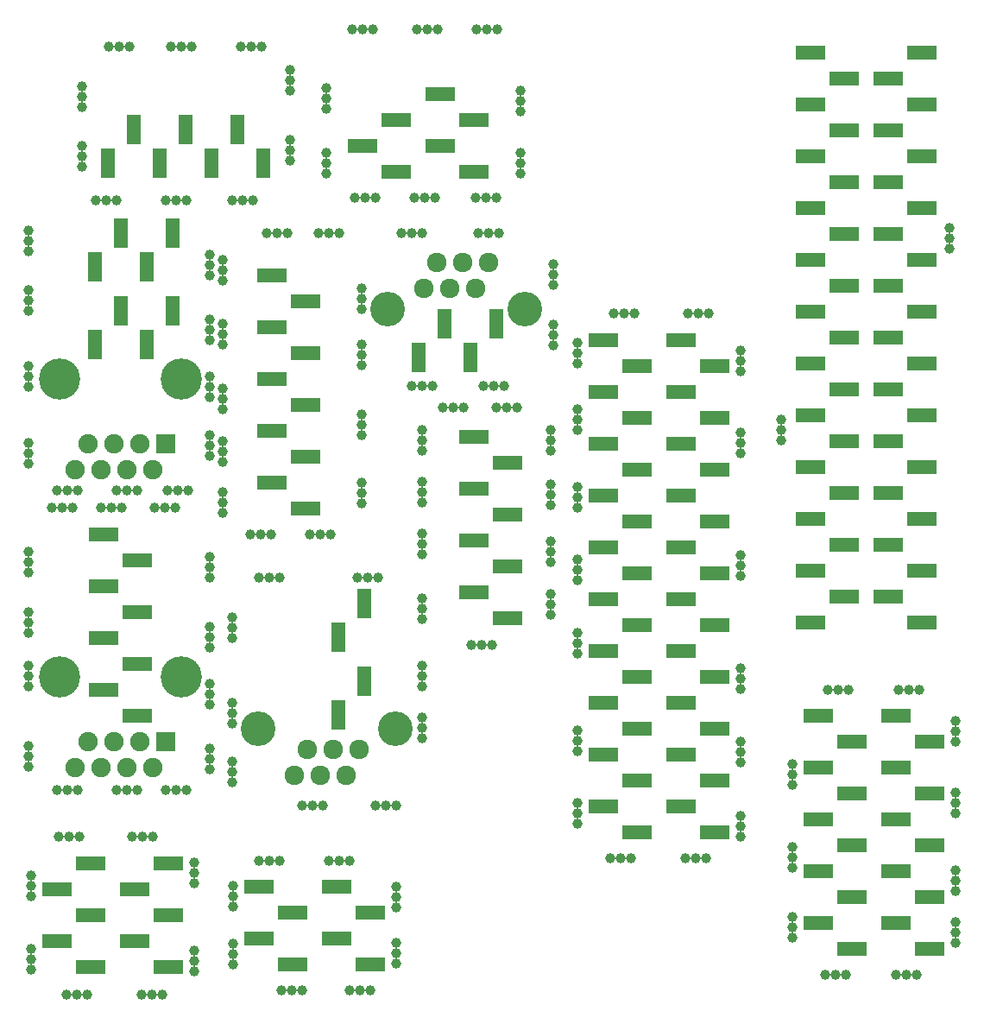
<source format=gbs>
G04 #@! TF.FileFunction,Soldermask,Bot*
%FSLAX46Y46*%
G04 Gerber Fmt 4.6, Leading zero omitted, Abs format (unit mm)*
G04 Created by KiCad (PCBNEW 4.0.7-e2-6376~58~ubuntu16.04.1) date Wed Jan  3 00:52:27 2018*
%MOMM*%
%LPD*%
G01*
G04 APERTURE LIST*
%ADD10C,0.100000*%
%ADD11C,4.049980*%
%ADD12R,1.901140X1.901140*%
%ADD13C,1.901140*%
%ADD14C,1.924000*%
%ADD15C,3.399740*%
%ADD16C,1.000000*%
%ADD17R,2.910000X1.400000*%
%ADD18R,1.400000X2.910000*%
G04 APERTURE END LIST*
D10*
D11*
X135031480Y-92710000D03*
X146900900Y-92710000D03*
D12*
X145415000Y-99060000D03*
D13*
X144145000Y-101600000D03*
X142875000Y-99060000D03*
X141605000Y-101600000D03*
X140335000Y-99060000D03*
X139065000Y-101600000D03*
X137795000Y-99060000D03*
X136525000Y-101600000D03*
D11*
X135031480Y-63500000D03*
X146900900Y-63500000D03*
D12*
X145415000Y-69850000D03*
D13*
X144145000Y-72390000D03*
X142875000Y-69850000D03*
X141605000Y-72390000D03*
X140335000Y-69850000D03*
X139065000Y-72390000D03*
X137795000Y-69850000D03*
X136525000Y-72390000D03*
D14*
X174498000Y-52070000D03*
X171958000Y-52070000D03*
X177038000Y-52070000D03*
X170688000Y-54610000D03*
X173228000Y-54610000D03*
X175768000Y-54610000D03*
D15*
X180594000Y-56642000D03*
X167132000Y-56642000D03*
D14*
X160528000Y-102362000D03*
X163068000Y-102362000D03*
X157988000Y-102362000D03*
X164338000Y-99822000D03*
X161798000Y-99822000D03*
X159258000Y-99822000D03*
D15*
X154432000Y-97790000D03*
X167894000Y-97790000D03*
D16*
X198628000Y-57023000D03*
X197612000Y-57023000D03*
X196596000Y-57023000D03*
X183388000Y-54229000D03*
X183388000Y-53213000D03*
X183388000Y-52197000D03*
X183134000Y-81407000D03*
X183134000Y-80391000D03*
X183134000Y-79375000D03*
D17*
X159135000Y-55880000D03*
X159135000Y-60960000D03*
X159135000Y-66040000D03*
X159135000Y-71120000D03*
X159135000Y-76200000D03*
X155825000Y-53340000D03*
X155825000Y-58420000D03*
X155825000Y-63500000D03*
X155825000Y-68580000D03*
X155825000Y-73660000D03*
X162175000Y-118364000D03*
X162175000Y-113284000D03*
X165485000Y-120904000D03*
X165485000Y-115824000D03*
X154555000Y-118364000D03*
X154555000Y-113284000D03*
X157865000Y-120904000D03*
X157865000Y-115824000D03*
X134743000Y-118618000D03*
X134743000Y-113538000D03*
X138053000Y-121158000D03*
X138053000Y-116078000D03*
X138053000Y-110998000D03*
X142363000Y-118618000D03*
X142363000Y-113538000D03*
X145673000Y-121158000D03*
X145673000Y-116078000D03*
X145673000Y-110998000D03*
X175668000Y-84400000D03*
X175668000Y-79320000D03*
X175668000Y-74240000D03*
X175668000Y-69160000D03*
X178978000Y-86940000D03*
X178978000Y-81860000D03*
X178978000Y-76780000D03*
X178978000Y-71700000D03*
X217039000Y-116840000D03*
X217039000Y-111760000D03*
X217039000Y-106680000D03*
X217039000Y-101600000D03*
X217039000Y-96520000D03*
X220349000Y-119380000D03*
X220349000Y-114300000D03*
X220349000Y-109220000D03*
X220349000Y-104140000D03*
X220349000Y-99060000D03*
X209419000Y-116840000D03*
X209419000Y-111760000D03*
X209419000Y-106680000D03*
X209419000Y-101600000D03*
X209419000Y-96520000D03*
X212729000Y-119380000D03*
X212729000Y-114300000D03*
X212729000Y-109220000D03*
X212729000Y-104140000D03*
X212729000Y-99060000D03*
D18*
X142240000Y-38985000D03*
X147320000Y-38985000D03*
X152400000Y-38985000D03*
X139700000Y-42295000D03*
X144780000Y-42295000D03*
X149860000Y-42295000D03*
X154940000Y-42295000D03*
D17*
X172335000Y-40640000D03*
X172335000Y-35560000D03*
X175645000Y-43180000D03*
X175645000Y-38100000D03*
X164715000Y-40640000D03*
X168025000Y-43180000D03*
X168025000Y-38100000D03*
D18*
X172720000Y-58035000D03*
X177800000Y-58035000D03*
X170180000Y-61345000D03*
X175260000Y-61345000D03*
X140970000Y-49145000D03*
X146050000Y-49145000D03*
X138430000Y-52455000D03*
X143510000Y-52455000D03*
X140970000Y-56765000D03*
X146050000Y-56765000D03*
X138430000Y-60075000D03*
X143510000Y-60075000D03*
X164846000Y-93087000D03*
X162306000Y-96397000D03*
X162306000Y-88777000D03*
X164846000Y-85467000D03*
D17*
X139315000Y-93980000D03*
X139315000Y-88900000D03*
X139315000Y-83820000D03*
X139315000Y-78740000D03*
X142625000Y-96520000D03*
X142625000Y-91440000D03*
X142625000Y-86360000D03*
X142625000Y-81280000D03*
X216277000Y-84836000D03*
X216277000Y-79756000D03*
X216277000Y-74676000D03*
X216277000Y-69596000D03*
X216277000Y-64516000D03*
X216277000Y-59436000D03*
X216277000Y-54356000D03*
X216277000Y-49276000D03*
X216277000Y-44196000D03*
X216277000Y-39116000D03*
X216277000Y-34036000D03*
X219587000Y-87376000D03*
X219587000Y-82296000D03*
X219587000Y-77216000D03*
X219587000Y-72136000D03*
X219587000Y-67056000D03*
X219587000Y-61976000D03*
X219587000Y-56896000D03*
X219587000Y-51816000D03*
X219587000Y-46736000D03*
X219587000Y-41656000D03*
X219587000Y-36576000D03*
X219587000Y-31496000D03*
X211967000Y-34036000D03*
X211967000Y-39116000D03*
X211967000Y-44196000D03*
X211967000Y-49276000D03*
X211967000Y-54356000D03*
X211967000Y-59436000D03*
X211967000Y-64516000D03*
X211967000Y-69596000D03*
X211967000Y-74676000D03*
X211967000Y-79756000D03*
X211967000Y-84836000D03*
X208657000Y-31496000D03*
X208657000Y-36576000D03*
X208657000Y-41656000D03*
X208657000Y-46736000D03*
X208657000Y-51816000D03*
X208657000Y-56896000D03*
X208657000Y-61976000D03*
X208657000Y-67056000D03*
X208657000Y-72136000D03*
X208657000Y-77216000D03*
X208657000Y-82296000D03*
X208657000Y-87376000D03*
X191647000Y-62230000D03*
X191647000Y-67310000D03*
X191647000Y-72390000D03*
X191647000Y-77470000D03*
X191647000Y-82550000D03*
X191647000Y-87630000D03*
X191647000Y-92710000D03*
X191647000Y-97790000D03*
X191647000Y-102870000D03*
X191647000Y-107950000D03*
X188337000Y-59690000D03*
X188337000Y-64770000D03*
X188337000Y-69850000D03*
X188337000Y-74930000D03*
X188337000Y-80010000D03*
X188337000Y-85090000D03*
X188337000Y-90170000D03*
X188337000Y-95250000D03*
X188337000Y-100330000D03*
X188337000Y-105410000D03*
X199267000Y-62230000D03*
X199267000Y-67310000D03*
X199267000Y-72390000D03*
X199267000Y-77470000D03*
X199267000Y-82550000D03*
X199267000Y-87630000D03*
X199267000Y-92710000D03*
X199267000Y-97790000D03*
X199267000Y-102870000D03*
X199267000Y-107950000D03*
X195957000Y-59690000D03*
X195957000Y-64770000D03*
X195957000Y-69850000D03*
X195957000Y-74930000D03*
X195957000Y-80010000D03*
X195957000Y-85090000D03*
X195957000Y-90170000D03*
X195957000Y-95250000D03*
X195957000Y-100330000D03*
X195957000Y-105410000D03*
D16*
X222885000Y-99060000D03*
X222885000Y-98044000D03*
X222885000Y-97028000D03*
X222885000Y-106045000D03*
X222885000Y-105029000D03*
X222885000Y-104013000D03*
X222885000Y-113665000D03*
X222885000Y-112649000D03*
X222885000Y-111633000D03*
X222885000Y-118745000D03*
X222885000Y-117729000D03*
X222885000Y-116713000D03*
X219075000Y-121920000D03*
X218059000Y-121920000D03*
X217043000Y-121920000D03*
X212090000Y-121920000D03*
X211074000Y-121920000D03*
X210058000Y-121920000D03*
X206883000Y-118237000D03*
X206883000Y-117221000D03*
X206883000Y-116205000D03*
X206883000Y-111379000D03*
X206883000Y-110363000D03*
X206883000Y-109347000D03*
X206883000Y-103251000D03*
X206883000Y-102235000D03*
X206883000Y-101219000D03*
X212344000Y-93980000D03*
X211328000Y-93980000D03*
X210312000Y-93980000D03*
X219329000Y-93980000D03*
X218313000Y-93980000D03*
X217297000Y-93980000D03*
X201803000Y-108331000D03*
X201803000Y-107315000D03*
X201803000Y-106299000D03*
X201803000Y-101092000D03*
X201803000Y-100076000D03*
X201803000Y-99060000D03*
X201803000Y-93853000D03*
X201803000Y-92837000D03*
X201803000Y-91821000D03*
X201803000Y-82804000D03*
X201803000Y-81788000D03*
X201803000Y-80772000D03*
X201803000Y-70739000D03*
X201803000Y-69723000D03*
X201803000Y-68707000D03*
X191389000Y-57023000D03*
X190373000Y-57023000D03*
X189357000Y-57023000D03*
X185801000Y-61976000D03*
X185801000Y-60960000D03*
X185801000Y-59944000D03*
X185801000Y-68453000D03*
X185801000Y-67437000D03*
X185801000Y-66421000D03*
X185801000Y-76073000D03*
X185801000Y-75057000D03*
X185801000Y-74041000D03*
X185801000Y-83185000D03*
X185801000Y-82169000D03*
X185801000Y-81153000D03*
X185801000Y-90424000D03*
X185801000Y-89408000D03*
X185801000Y-88392000D03*
X185801000Y-99949000D03*
X185801000Y-98933000D03*
X185801000Y-97917000D03*
X185801000Y-107061000D03*
X185801000Y-106045000D03*
X185801000Y-105029000D03*
X191008000Y-110490000D03*
X189992000Y-110490000D03*
X188976000Y-110490000D03*
X198374000Y-110490000D03*
X197358000Y-110490000D03*
X196342000Y-110490000D03*
X168021000Y-115316000D03*
X168021000Y-114300000D03*
X168021000Y-113284000D03*
X168021000Y-120777000D03*
X168021000Y-119761000D03*
X168021000Y-118745000D03*
X165481000Y-123444000D03*
X164465000Y-123444000D03*
X163449000Y-123444000D03*
X158750000Y-123444000D03*
X157734000Y-123444000D03*
X156718000Y-123444000D03*
X152019000Y-120904000D03*
X152019000Y-119888000D03*
X152019000Y-118872000D03*
X152019000Y-115189000D03*
X152019000Y-114173000D03*
X152019000Y-113157000D03*
X156591000Y-110744000D03*
X155575000Y-110744000D03*
X154559000Y-110744000D03*
X163449000Y-110744000D03*
X162433000Y-110744000D03*
X161417000Y-110744000D03*
X183388000Y-60198000D03*
X183388000Y-59182000D03*
X183388000Y-58166000D03*
X178562000Y-64135000D03*
X177546000Y-64135000D03*
X176530000Y-64135000D03*
X171577000Y-64135000D03*
X170561000Y-64135000D03*
X169545000Y-64135000D03*
X164592000Y-56642000D03*
X164592000Y-55626000D03*
X164592000Y-54610000D03*
X164592000Y-60071000D03*
X164592000Y-61087000D03*
X164592000Y-62103000D03*
X170561000Y-49149000D03*
X169545000Y-49149000D03*
X168529000Y-49149000D03*
X157353000Y-49149000D03*
X156337000Y-49149000D03*
X155321000Y-49149000D03*
X162433000Y-49149000D03*
X161417000Y-49149000D03*
X160401000Y-49149000D03*
X151003000Y-53848000D03*
X151003000Y-52832000D03*
X151003000Y-51816000D03*
X151003000Y-60071000D03*
X151003000Y-59055000D03*
X151003000Y-58039000D03*
X151003000Y-66421000D03*
X151003000Y-65405000D03*
X151003000Y-64389000D03*
X151003000Y-71628000D03*
X151003000Y-70612000D03*
X151003000Y-69596000D03*
X151003000Y-76581000D03*
X151003000Y-75565000D03*
X151003000Y-74549000D03*
X155702000Y-78740000D03*
X154686000Y-78740000D03*
X153670000Y-78740000D03*
X161544000Y-78740000D03*
X160528000Y-78740000D03*
X159512000Y-78740000D03*
X164592000Y-68961000D03*
X164592000Y-67945000D03*
X164592000Y-66929000D03*
X164592000Y-75692000D03*
X164592000Y-74676000D03*
X164592000Y-73660000D03*
X178054000Y-49149000D03*
X177038000Y-49149000D03*
X176022000Y-49149000D03*
X177800000Y-45720000D03*
X176784000Y-45720000D03*
X175768000Y-45720000D03*
X171831000Y-45720000D03*
X170815000Y-45720000D03*
X169799000Y-45720000D03*
X165989000Y-45720000D03*
X164973000Y-45720000D03*
X163957000Y-45720000D03*
X180213000Y-43307000D03*
X180213000Y-42291000D03*
X180213000Y-41275000D03*
X180213000Y-37211000D03*
X180213000Y-36195000D03*
X180213000Y-35179000D03*
X161163000Y-43307000D03*
X161163000Y-42291000D03*
X161163000Y-41275000D03*
X161163000Y-36957000D03*
X161163000Y-35941000D03*
X161163000Y-34925000D03*
X165735000Y-29210000D03*
X164719000Y-29210000D03*
X163703000Y-29210000D03*
X172085000Y-29210000D03*
X171069000Y-29210000D03*
X170053000Y-29210000D03*
X177927000Y-29210000D03*
X176911000Y-29210000D03*
X175895000Y-29210000D03*
X137668000Y-123825000D03*
X136652000Y-123825000D03*
X135636000Y-123825000D03*
X145034000Y-123825000D03*
X144018000Y-123825000D03*
X143002000Y-123825000D03*
X148209000Y-119507000D03*
X148209000Y-120523000D03*
X148209000Y-121539000D03*
X132207000Y-121412000D03*
X132207000Y-120396000D03*
X132207000Y-119380000D03*
X132207000Y-114173000D03*
X132207000Y-113157000D03*
X132207000Y-112141000D03*
X136906000Y-108331000D03*
X135890000Y-108331000D03*
X134874000Y-108331000D03*
X144145000Y-108331000D03*
X143129000Y-108331000D03*
X142113000Y-108331000D03*
X148209000Y-112903000D03*
X148209000Y-111887000D03*
X148209000Y-110871000D03*
X131953000Y-93599000D03*
X131953000Y-92583000D03*
X131953000Y-91567000D03*
X131953000Y-88392000D03*
X131953000Y-87376000D03*
X131953000Y-86360000D03*
X131953000Y-101473000D03*
X131953000Y-100457000D03*
X131953000Y-99441000D03*
X136779000Y-103759000D03*
X135763000Y-103759000D03*
X134747000Y-103759000D03*
X142621000Y-103759000D03*
X141605000Y-103759000D03*
X140589000Y-103759000D03*
X147447000Y-103759000D03*
X146431000Y-103759000D03*
X145415000Y-103759000D03*
X149733000Y-101727000D03*
X149733000Y-100711000D03*
X149733000Y-99695000D03*
X149733000Y-95377000D03*
X149733000Y-94361000D03*
X149733000Y-93345000D03*
X149758400Y-89789000D03*
X149758400Y-88773000D03*
X149758400Y-87757000D03*
X149733000Y-80899000D03*
X149733000Y-81915000D03*
X149733000Y-82931000D03*
X141097000Y-76073000D03*
X140081000Y-76073000D03*
X139065000Y-76073000D03*
X131953000Y-80391000D03*
X131953000Y-81407000D03*
X131953000Y-82423000D03*
X136271000Y-76073000D03*
X135255000Y-76073000D03*
X134239000Y-76073000D03*
X146304000Y-76073000D03*
X145288000Y-76073000D03*
X144272000Y-76073000D03*
X131953000Y-64262000D03*
X131953000Y-63246000D03*
X131953000Y-62230000D03*
X131953000Y-71755000D03*
X131953000Y-70739000D03*
X131953000Y-69723000D03*
X136779000Y-74422000D03*
X135763000Y-74422000D03*
X134747000Y-74422000D03*
X142621000Y-74422000D03*
X141605000Y-74422000D03*
X140589000Y-74422000D03*
X147574000Y-74422000D03*
X146558000Y-74422000D03*
X145542000Y-74422000D03*
X149733000Y-65278000D03*
X149733000Y-64262000D03*
X149733000Y-63246000D03*
X149733000Y-70993000D03*
X149733000Y-69977000D03*
X149733000Y-68961000D03*
X149733000Y-59690000D03*
X149733000Y-58674000D03*
X149733000Y-57658000D03*
X149733000Y-53340000D03*
X149733000Y-52324000D03*
X149733000Y-51308000D03*
X147447000Y-45974000D03*
X146431000Y-45974000D03*
X145415000Y-45974000D03*
X140589000Y-45974000D03*
X139573000Y-45974000D03*
X138557000Y-45974000D03*
X131953000Y-56769000D03*
X131953000Y-55753000D03*
X131953000Y-54737000D03*
X131953000Y-50927000D03*
X131953000Y-49911000D03*
X131953000Y-48895000D03*
X137160000Y-42672000D03*
X137160000Y-41656000D03*
X137160000Y-40640000D03*
X137160000Y-36830000D03*
X137160000Y-35814000D03*
X137160000Y-34798000D03*
X141859000Y-30861000D03*
X140843000Y-30861000D03*
X139827000Y-30861000D03*
X147955000Y-30861000D03*
X146939000Y-30861000D03*
X145923000Y-30861000D03*
X154813000Y-30861000D03*
X153797000Y-30861000D03*
X152781000Y-30861000D03*
X157607000Y-35179000D03*
X157607000Y-34163000D03*
X157607000Y-33147000D03*
X157607000Y-42037000D03*
X157607000Y-41021000D03*
X157607000Y-40005000D03*
X153924000Y-45974000D03*
X152908000Y-45974000D03*
X151892000Y-45974000D03*
X170561000Y-98679000D03*
X170561000Y-97663000D03*
X170561000Y-96647000D03*
X170561000Y-93599000D03*
X170561000Y-92583000D03*
X170561000Y-91567000D03*
X166243000Y-82931000D03*
X165227000Y-82931000D03*
X164211000Y-82931000D03*
X168021000Y-105283000D03*
X167005000Y-105283000D03*
X165989000Y-105283000D03*
X160782000Y-105283000D03*
X159766000Y-105283000D03*
X158750000Y-105283000D03*
X151892000Y-97282000D03*
X151892000Y-96266000D03*
X151892000Y-95250000D03*
X151892000Y-102997000D03*
X151892000Y-101981000D03*
X151892000Y-100965000D03*
X151892000Y-88900000D03*
X151892000Y-87884000D03*
X151892000Y-86868000D03*
X156591000Y-82931000D03*
X155575000Y-82931000D03*
X154559000Y-82931000D03*
X170561000Y-86995000D03*
X170561000Y-85979000D03*
X170561000Y-84963000D03*
X177419000Y-89535000D03*
X176403000Y-89535000D03*
X175387000Y-89535000D03*
X222250000Y-50673000D03*
X222250000Y-49657000D03*
X222250000Y-48641000D03*
X205740000Y-69469000D03*
X205740000Y-68453000D03*
X205740000Y-67437000D03*
X170561000Y-80645000D03*
X170561000Y-79629000D03*
X170561000Y-78613000D03*
X170561000Y-75565000D03*
X170561000Y-74549000D03*
X170561000Y-73533000D03*
X170561000Y-70485000D03*
X170561000Y-69469000D03*
X170561000Y-68453000D03*
X174625000Y-66294000D03*
X173609000Y-66294000D03*
X172593000Y-66294000D03*
X179832000Y-66294000D03*
X178816000Y-66294000D03*
X177800000Y-66294000D03*
X183134000Y-86614000D03*
X183134000Y-85598000D03*
X183134000Y-84582000D03*
X183134000Y-75819000D03*
X183134000Y-74803000D03*
X183134000Y-73787000D03*
X183134000Y-70485000D03*
X183134000Y-69469000D03*
X183134000Y-68453000D03*
X201803000Y-62738000D03*
X201803000Y-61722000D03*
X201803000Y-60706000D03*
M02*

</source>
